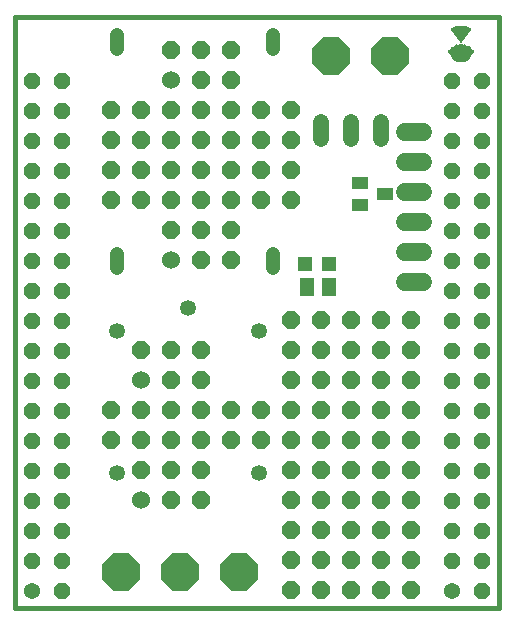
<source format=gts>
G75*
%MOIN*%
%OFA0B0*%
%FSLAX24Y24*%
%IPPOS*%
%LPD*%
%AMOC8*
5,1,8,0,0,1.08239X$1,22.5*
%
%ADD10C,0.0160*%
%ADD11C,0.0540*%
%ADD12OC8,0.0540*%
%ADD13R,0.0312X0.0004*%
%ADD14R,0.0344X0.0004*%
%ADD15R,0.0368X0.0004*%
%ADD16R,0.0392X0.0004*%
%ADD17R,0.0408X0.0004*%
%ADD18R,0.0424X0.0004*%
%ADD19R,0.0432X0.0004*%
%ADD20R,0.0448X0.0004*%
%ADD21R,0.0456X0.0004*%
%ADD22R,0.0472X0.0004*%
%ADD23R,0.0480X0.0004*%
%ADD24R,0.0488X0.0004*%
%ADD25R,0.0496X0.0004*%
%ADD26R,0.0504X0.0004*%
%ADD27R,0.0512X0.0004*%
%ADD28R,0.0520X0.0004*%
%ADD29R,0.0528X0.0004*%
%ADD30R,0.0536X0.0004*%
%ADD31R,0.0536X0.0004*%
%ADD32R,0.0544X0.0004*%
%ADD33R,0.0552X0.0004*%
%ADD34R,0.0560X0.0004*%
%ADD35R,0.0560X0.0004*%
%ADD36R,0.0568X0.0004*%
%ADD37R,0.0576X0.0004*%
%ADD38R,0.0584X0.0004*%
%ADD39R,0.0592X0.0004*%
%ADD40R,0.0592X0.0004*%
%ADD41R,0.0600X0.0004*%
%ADD42R,0.0608X0.0004*%
%ADD43R,0.0608X0.0004*%
%ADD44R,0.0616X0.0004*%
%ADD45R,0.0624X0.0004*%
%ADD46R,0.0632X0.0004*%
%ADD47R,0.0632X0.0004*%
%ADD48R,0.0640X0.0004*%
%ADD49R,0.0648X0.0004*%
%ADD50R,0.0648X0.0004*%
%ADD51R,0.0656X0.0004*%
%ADD52R,0.0664X0.0004*%
%ADD53R,0.0664X0.0004*%
%ADD54R,0.0672X0.0004*%
%ADD55R,0.0680X0.0004*%
%ADD56R,0.0680X0.0004*%
%ADD57R,0.0688X0.0004*%
%ADD58R,0.0696X0.0004*%
%ADD59R,0.0700X0.0004*%
%ADD60R,0.0708X0.0004*%
%ADD61R,0.0716X0.0004*%
%ADD62R,0.0720X0.0004*%
%ADD63R,0.0720X0.0004*%
%ADD64R,0.0724X0.0004*%
%ADD65R,0.0808X0.0004*%
%ADD66R,0.0824X0.0004*%
%ADD67R,0.0832X0.0004*%
%ADD68R,0.0840X0.0004*%
%ADD69R,0.0848X0.0004*%
%ADD70R,0.0856X0.0004*%
%ADD71R,0.0860X0.0004*%
%ADD72R,0.0864X0.0004*%
%ADD73R,0.0864X0.0004*%
%ADD74R,0.0868X0.0004*%
%ADD75R,0.0872X0.0004*%
%ADD76R,0.0872X0.0004*%
%ADD77R,0.0860X0.0004*%
%ADD78R,0.0832X0.0004*%
%ADD79R,0.0824X0.0004*%
%ADD80R,0.0708X0.0004*%
%ADD81R,0.0712X0.0004*%
%ADD82R,0.0712X0.0004*%
%ADD83R,0.0700X0.0004*%
%ADD84R,0.0696X0.0004*%
%ADD85R,0.0692X0.0004*%
%ADD86R,0.0668X0.0004*%
%ADD87R,0.0660X0.0004*%
%ADD88R,0.0452X0.0004*%
%ADD89R,0.0188X0.0004*%
%ADD90R,0.0448X0.0004*%
%ADD91R,0.0440X0.0004*%
%ADD92R,0.0184X0.0004*%
%ADD93R,0.0432X0.0004*%
%ADD94R,0.0184X0.0004*%
%ADD95R,0.0424X0.0004*%
%ADD96R,0.0412X0.0004*%
%ADD97R,0.0128X0.0004*%
%ADD98R,0.0044X0.0004*%
%ADD99R,0.0400X0.0004*%
%ADD100R,0.0008X0.0004*%
%ADD101R,0.0388X0.0004*%
%ADD102R,0.0132X0.0004*%
%ADD103R,0.0360X0.0004*%
%ADD104R,0.0136X0.0004*%
%ADD105R,0.0340X0.0004*%
%ADD106R,0.0140X0.0004*%
%ADD107R,0.0328X0.0004*%
%ADD108R,0.0144X0.0004*%
%ADD109R,0.0324X0.0004*%
%ADD110R,0.0148X0.0004*%
%ADD111R,0.0320X0.0004*%
%ADD112R,0.0156X0.0004*%
%ADD113R,0.0316X0.0004*%
%ADD114R,0.0176X0.0004*%
%ADD115R,0.0080X0.0004*%
%ADD116R,0.0052X0.0004*%
%ADD117R,0.0380X0.0004*%
%ADD118R,0.0372X0.0004*%
%ADD119R,0.0356X0.0004*%
%ADD120R,0.0004X0.0004*%
%ADD121R,0.0308X0.0004*%
%ADD122R,0.0060X0.0004*%
%ADD123R,0.0240X0.0004*%
%ADD124R,0.0232X0.0004*%
%ADD125R,0.0044X0.0004*%
%ADD126R,0.0164X0.0004*%
%ADD127R,0.0056X0.0004*%
%ADD128R,0.0036X0.0004*%
%ADD129R,0.0156X0.0004*%
%ADD130R,0.0048X0.0004*%
%ADD131R,0.0024X0.0004*%
%ADD132R,0.0036X0.0004*%
%ADD133R,0.0016X0.0004*%
%ADD134R,0.0028X0.0004*%
%ADD135R,0.0012X0.0004*%
%ADD136R,0.0124X0.0004*%
%ADD137R,0.0108X0.0004*%
%ADD138R,0.0008X0.0004*%
%ADD139R,0.0092X0.0004*%
%ADD140R,0.0068X0.0004*%
%ADD141R,0.0008X0.0004*%
%ADD142R,0.0016X0.0004*%
%ADD143R,0.0024X0.0004*%
%ADD144R,0.0032X0.0004*%
%ADD145R,0.0032X0.0004*%
%ADD146R,0.0040X0.0004*%
%ADD147R,0.0056X0.0004*%
%ADD148R,0.0064X0.0004*%
%ADD149R,0.0072X0.0004*%
%ADD150R,0.0088X0.0004*%
%ADD151R,0.0096X0.0004*%
%ADD152R,0.0104X0.0004*%
%ADD153R,0.0112X0.0004*%
%ADD154R,0.0120X0.0004*%
%ADD155R,0.0124X0.0004*%
%ADD156R,0.0128X0.0004*%
%ADD157R,0.0144X0.0004*%
%ADD158R,0.0152X0.0004*%
%ADD159R,0.0152X0.0004*%
%ADD160R,0.0160X0.0004*%
%ADD161R,0.0168X0.0004*%
%ADD162R,0.0176X0.0004*%
%ADD163R,0.0184X0.0004*%
%ADD164R,0.0192X0.0004*%
%ADD165R,0.0200X0.0004*%
%ADD166R,0.0208X0.0004*%
%ADD167R,0.0216X0.0004*%
%ADD168R,0.0216X0.0004*%
%ADD169R,0.0224X0.0004*%
%ADD170R,0.0232X0.0004*%
%ADD171R,0.0240X0.0004*%
%ADD172R,0.0248X0.0004*%
%ADD173R,0.0256X0.0004*%
%ADD174R,0.0264X0.0004*%
%ADD175R,0.0272X0.0004*%
%ADD176R,0.0280X0.0004*%
%ADD177R,0.0288X0.0004*%
%ADD178R,0.0296X0.0004*%
%ADD179R,0.0304X0.0004*%
%ADD180R,0.0320X0.0004*%
%ADD181R,0.0328X0.0004*%
%ADD182R,0.0336X0.0004*%
%ADD183R,0.0336X0.0004*%
%ADD184R,0.0200X0.0004*%
%ADD185R,0.0128X0.0004*%
%ADD186R,0.0204X0.0004*%
%ADD187R,0.0216X0.0004*%
%ADD188R,0.0228X0.0004*%
%ADD189R,0.0416X0.0004*%
%ADD190R,0.0424X0.0004*%
%ADD191R,0.0428X0.0004*%
%ADD192R,0.0304X0.0004*%
%ADD193R,0.0180X0.0004*%
%ADD194R,0.0112X0.0004*%
%ADD195R,0.0176X0.0004*%
%ADD196R,0.0112X0.0004*%
%ADD197R,0.0132X0.0004*%
%ADD198R,0.0116X0.0004*%
%ADD199R,0.0332X0.0004*%
%ADD200R,0.0336X0.0004*%
%ADD201R,0.0480X0.0004*%
%ADD202R,0.0496X0.0004*%
%ADD203R,0.0512X0.0004*%
%ADD204R,0.0544X0.0004*%
%ADD205R,0.0208X0.0004*%
%ADD206R,0.0356X0.0004*%
%ADD207R,0.0208X0.0004*%
%ADD208R,0.0364X0.0004*%
%ADD209R,0.0212X0.0004*%
%ADD210R,0.0368X0.0004*%
%ADD211R,0.0220X0.0004*%
%ADD212R,0.0600X0.0004*%
%ADD213R,0.0356X0.0004*%
%ADD214R,0.0228X0.0004*%
%ADD215R,0.0236X0.0004*%
%ADD216R,0.0360X0.0004*%
%ADD217R,0.0368X0.0004*%
%ADD218R,0.0244X0.0004*%
%ADD219R,0.0252X0.0004*%
%ADD220R,0.0376X0.0004*%
%ADD221R,0.0672X0.0004*%
%ADD222R,0.0624X0.0004*%
%ADD223R,0.0596X0.0004*%
%ADD224R,0.0552X0.0004*%
%ADD225R,0.0456X0.0004*%
%ADD226R,0.0384X0.0004*%
%ADD227R,0.0352X0.0004*%
%ADD228R,0.0188X0.0004*%
%ADD229R,0.0108X0.0004*%
%ADD230OC8,0.1250*%
%ADD231C,0.0472*%
%ADD232R,0.0472X0.0472*%
%ADD233R,0.0512X0.0591*%
%ADD234C,0.0540*%
%ADD235C,0.0531*%
%ADD236R,0.0551X0.0394*%
%ADD237OC8,0.0600*%
%ADD238C,0.0600*%
%ADD239C,0.0600*%
D10*
X002057Y000848D02*
X018199Y000848D01*
X018199Y020533D01*
X002057Y020533D01*
X002057Y000848D01*
D11*
X002628Y001403D03*
X016628Y001403D03*
D12*
X016628Y002403D03*
X016628Y003403D03*
X016628Y004403D03*
X016628Y005403D03*
X016628Y006403D03*
X016628Y007403D03*
X016628Y008403D03*
X016628Y009403D03*
X016628Y010403D03*
X016628Y011403D03*
X016628Y012403D03*
X016628Y013403D03*
X016628Y014403D03*
X016628Y015403D03*
X016628Y016403D03*
X016628Y017403D03*
X016628Y018403D03*
X017628Y018403D03*
X017628Y017403D03*
X017628Y016403D03*
X017628Y015403D03*
X017628Y014403D03*
X017628Y013403D03*
X017628Y012403D03*
X017628Y011403D03*
X017628Y010403D03*
X017628Y009403D03*
X017628Y008403D03*
X017628Y007403D03*
X017628Y006403D03*
X017628Y005403D03*
X017628Y004403D03*
X017628Y003403D03*
X017628Y002403D03*
X017628Y001403D03*
X003628Y001403D03*
X003628Y002403D03*
X003628Y003403D03*
X003628Y004403D03*
X003628Y005403D03*
X003628Y006403D03*
X003628Y007403D03*
X003628Y008403D03*
X003628Y009403D03*
X003628Y010403D03*
X003628Y011403D03*
X003628Y012403D03*
X003628Y013403D03*
X003628Y014403D03*
X003628Y015403D03*
X003628Y016403D03*
X003628Y017403D03*
X003628Y018403D03*
X002628Y018403D03*
X002628Y017403D03*
X002628Y016403D03*
X002628Y015403D03*
X002628Y014403D03*
X002628Y013403D03*
X002628Y012403D03*
X002628Y011403D03*
X002628Y010403D03*
X002628Y009403D03*
X002628Y008403D03*
X002628Y007403D03*
X002628Y006403D03*
X002628Y005403D03*
X002628Y004403D03*
X002628Y003403D03*
X002628Y002403D03*
D13*
X016937Y019050D03*
X016941Y019562D03*
X016937Y019862D03*
X016937Y019866D03*
D14*
X016937Y019054D03*
D15*
X016937Y019058D03*
D16*
X016937Y019062D03*
X016913Y019546D03*
D17*
X016937Y019926D03*
X016937Y019930D03*
X016937Y020186D03*
X016937Y019066D03*
D18*
X016937Y019070D03*
D19*
X016937Y019074D03*
X016937Y019946D03*
X016937Y020182D03*
D20*
X016937Y019078D03*
D21*
X016937Y019082D03*
D22*
X016937Y019086D03*
D23*
X016937Y019090D03*
X016937Y020174D03*
D24*
X016937Y019982D03*
X016937Y019094D03*
D25*
X016937Y019098D03*
D26*
X016937Y019102D03*
X016937Y019994D03*
D27*
X016937Y020166D03*
X016937Y019106D03*
D28*
X016937Y019110D03*
X016937Y020002D03*
X016937Y020006D03*
D29*
X016937Y020010D03*
X016937Y019114D03*
D30*
X016937Y019118D03*
D31*
X016937Y019122D03*
X016937Y020014D03*
X016937Y020162D03*
D32*
X016937Y020022D03*
X016937Y019126D03*
D33*
X016937Y019130D03*
X016937Y020026D03*
D34*
X016937Y020030D03*
X016937Y019134D03*
D35*
X016937Y019138D03*
D36*
X016937Y019142D03*
X016937Y020034D03*
X016937Y020154D03*
D37*
X016937Y019150D03*
X016937Y019146D03*
D38*
X016937Y019154D03*
X016937Y020150D03*
D39*
X016937Y019158D03*
D40*
X016937Y019162D03*
D41*
X016937Y019166D03*
X016937Y019170D03*
D42*
X016937Y019174D03*
X016937Y020142D03*
D43*
X016937Y019178D03*
D44*
X016937Y019182D03*
X016937Y019186D03*
D45*
X016937Y019190D03*
X016937Y019194D03*
D46*
X016937Y019198D03*
D47*
X016937Y019202D03*
X016937Y020134D03*
D48*
X016937Y019210D03*
X016937Y019206D03*
D49*
X016937Y019214D03*
X016937Y019222D03*
X016937Y020130D03*
D50*
X016937Y019218D03*
D51*
X016937Y019226D03*
X016937Y019230D03*
X016937Y020094D03*
X016937Y020126D03*
D52*
X016937Y020122D03*
X016937Y020102D03*
X016937Y019234D03*
D53*
X016937Y019238D03*
X016937Y020098D03*
D54*
X016937Y020106D03*
X016941Y019474D03*
X016937Y019250D03*
X016937Y019246D03*
X016937Y019242D03*
D55*
X016937Y019254D03*
X016937Y019470D03*
X016937Y020110D03*
X016937Y020114D03*
D56*
X016937Y019258D03*
D57*
X016937Y019262D03*
X016937Y019266D03*
X016937Y019466D03*
D58*
X016937Y019274D03*
X016937Y019270D03*
D59*
X016939Y019278D03*
D60*
X016939Y019282D03*
X016939Y019286D03*
D61*
X016939Y019290D03*
X016939Y019294D03*
D62*
X016937Y019298D03*
D63*
X016937Y019302D03*
D64*
X016935Y019306D03*
D65*
X016937Y019310D03*
X016937Y019402D03*
D66*
X016937Y019314D03*
D67*
X016937Y019318D03*
D68*
X016937Y019322D03*
X016937Y019390D03*
D69*
X016937Y019386D03*
X016937Y019326D03*
D70*
X016937Y019330D03*
X016937Y019382D03*
D71*
X016935Y019334D03*
D72*
X016937Y019338D03*
D73*
X016937Y019342D03*
X016937Y019370D03*
X016937Y019374D03*
D74*
X016935Y019366D03*
X016935Y019350D03*
X016935Y019346D03*
D75*
X016937Y019354D03*
X016937Y019362D03*
D76*
X016937Y019358D03*
D77*
X016935Y019378D03*
D78*
X016937Y019394D03*
D79*
X016937Y019398D03*
D80*
X016927Y019434D03*
X016931Y019446D03*
D81*
X016929Y019438D03*
D82*
X016929Y019442D03*
D83*
X016931Y019450D03*
X016931Y019454D03*
D84*
X016933Y019458D03*
D85*
X016935Y019462D03*
D86*
X016943Y019478D03*
D87*
X016943Y019482D03*
X016943Y019486D03*
D88*
X017043Y019490D03*
D89*
X016711Y019506D03*
X016707Y019494D03*
X016707Y019490D03*
D90*
X017045Y019494D03*
D91*
X017045Y019498D03*
D92*
X016709Y019498D03*
D93*
X017045Y019502D03*
D94*
X016709Y019502D03*
D95*
X017049Y019506D03*
D96*
X017051Y019510D03*
D97*
X016749Y019514D03*
X016745Y019510D03*
X016829Y019886D03*
X016825Y019890D03*
D98*
X016639Y019510D03*
D99*
X017053Y019514D03*
X016937Y019922D03*
D100*
X016937Y019662D03*
X016621Y019514D03*
D101*
X017055Y019518D03*
D102*
X016755Y019518D03*
X017099Y019958D03*
D103*
X017049Y020046D03*
X017065Y019522D03*
D104*
X016937Y019590D03*
X016937Y019746D03*
X016817Y019906D03*
X016757Y019522D03*
D105*
X017071Y019526D03*
D106*
X016763Y019526D03*
X016815Y019910D03*
D107*
X017005Y019966D03*
X017069Y019530D03*
D108*
X016769Y019530D03*
D109*
X017067Y019534D03*
D110*
X016939Y019586D03*
X016775Y019534D03*
D111*
X017061Y019538D03*
X016937Y020198D03*
D112*
X016819Y019918D03*
X016783Y019538D03*
D113*
X017055Y019542D03*
D114*
X016801Y019542D03*
D115*
X016937Y019706D03*
X016937Y019710D03*
X017165Y019546D03*
D116*
X017163Y019550D03*
X017063Y019574D03*
D117*
X016915Y019550D03*
D118*
X016919Y019554D03*
D119*
X016923Y019558D03*
X017043Y020038D03*
D120*
X016771Y019562D03*
D121*
X016943Y019566D03*
D122*
X017063Y019570D03*
D123*
X016909Y019570D03*
X016937Y019814D03*
X017137Y020082D03*
X016937Y020206D03*
D124*
X017125Y020062D03*
X017129Y020066D03*
X016909Y019574D03*
D125*
X017067Y019578D03*
D126*
X016939Y019578D03*
D127*
X016825Y019578D03*
D128*
X017067Y019582D03*
D129*
X016939Y019582D03*
D130*
X016937Y019686D03*
X016821Y019582D03*
D131*
X017069Y019586D03*
D132*
X016939Y019610D03*
X016819Y019586D03*
D133*
X016813Y019594D03*
X017069Y019590D03*
D134*
X016815Y019590D03*
D135*
X017071Y019594D03*
D136*
X016939Y019594D03*
X017095Y019950D03*
X016763Y019974D03*
D137*
X016939Y019598D03*
D138*
X016809Y019598D03*
D139*
X016939Y019602D03*
D140*
X016939Y019606D03*
D141*
X016937Y019658D03*
D142*
X016937Y019666D03*
D143*
X016937Y019670D03*
D144*
X016937Y019674D03*
D145*
X016937Y019678D03*
D146*
X016937Y019682D03*
D147*
X016937Y019690D03*
X016937Y019694D03*
D148*
X016937Y019698D03*
D149*
X016937Y019702D03*
D150*
X016937Y019714D03*
D151*
X016937Y019718D03*
D152*
X016937Y019722D03*
X016937Y019726D03*
D153*
X016937Y019730D03*
D154*
X016937Y019734D03*
X016761Y019970D03*
D155*
X016939Y019738D03*
D156*
X016937Y019742D03*
X016821Y019894D03*
X016817Y019902D03*
X017097Y019954D03*
D157*
X016937Y019750D03*
X016817Y019914D03*
D158*
X016937Y019754D03*
D159*
X016937Y019758D03*
D160*
X016937Y019762D03*
D161*
X016937Y019766D03*
X016937Y019770D03*
D162*
X016937Y019774D03*
D163*
X016937Y019778D03*
D164*
X016937Y019782D03*
X016937Y019786D03*
D165*
X016937Y019790D03*
X017009Y019886D03*
X017013Y019890D03*
X017017Y019894D03*
D166*
X017021Y019906D03*
X016937Y019794D03*
D167*
X016937Y019798D03*
D168*
X016937Y019802D03*
D169*
X016937Y019806D03*
D170*
X016937Y019810D03*
X017133Y020074D03*
D171*
X016937Y019818D03*
D172*
X016937Y019822D03*
D173*
X016937Y019826D03*
D174*
X016937Y019830D03*
X016937Y019834D03*
D175*
X016937Y019838D03*
D176*
X016937Y019842D03*
X016937Y020202D03*
D177*
X016937Y019850D03*
X016937Y019846D03*
D178*
X016937Y019854D03*
D179*
X016937Y019858D03*
D180*
X016937Y019870D03*
D181*
X016937Y019874D03*
D182*
X016937Y019878D03*
D183*
X016937Y019882D03*
D184*
X017017Y019898D03*
D185*
X016821Y019898D03*
D186*
X016751Y020042D03*
X017019Y019902D03*
D187*
X017021Y019910D03*
X017021Y019914D03*
D188*
X017019Y019918D03*
D189*
X016937Y019934D03*
D190*
X016937Y019938D03*
D191*
X016935Y019942D03*
D192*
X016869Y019950D03*
D193*
X016927Y019954D03*
X016931Y019962D03*
D194*
X016769Y019954D03*
X016765Y019962D03*
D195*
X016929Y019958D03*
D196*
X016765Y019958D03*
D197*
X017099Y019962D03*
D198*
X016763Y019966D03*
D199*
X017007Y019970D03*
D200*
X017005Y019974D03*
D201*
X016937Y019978D03*
D202*
X016937Y019986D03*
X016937Y019990D03*
X016937Y020170D03*
D203*
X016937Y019998D03*
D204*
X016937Y020018D03*
D205*
X016757Y020038D03*
D206*
X016807Y020066D03*
X016807Y020070D03*
X017047Y020042D03*
D207*
X016749Y020046D03*
D208*
X017051Y020050D03*
D209*
X016747Y020050D03*
D210*
X017049Y020054D03*
D211*
X016751Y020054D03*
D212*
X016937Y020058D03*
D213*
X016811Y020062D03*
X016803Y020074D03*
D214*
X017131Y020070D03*
D215*
X017135Y020078D03*
D216*
X016801Y020078D03*
D217*
X016801Y020082D03*
X016801Y020086D03*
D218*
X017135Y020086D03*
D219*
X017135Y020090D03*
D220*
X016801Y020090D03*
D221*
X016937Y020118D03*
D222*
X016937Y020138D03*
D223*
X016935Y020146D03*
D224*
X016937Y020158D03*
D225*
X016937Y020178D03*
D226*
X016937Y020190D03*
D227*
X016937Y020194D03*
D228*
X016939Y020210D03*
D229*
X016935Y020214D03*
D230*
X014577Y019233D03*
X012608Y019233D03*
X009537Y002029D03*
X007569Y002029D03*
X005600Y002029D03*
D231*
X005473Y012178D02*
X005473Y012651D01*
X010673Y012651D02*
X010673Y012178D01*
X010673Y019478D02*
X010673Y019951D01*
X005473Y019951D02*
X005473Y019478D01*
D232*
X011722Y012304D03*
X012549Y012304D03*
D233*
X012549Y011537D03*
X011801Y011537D03*
D234*
X012258Y016483D02*
X012258Y017023D01*
X013258Y017023D02*
X013258Y016483D01*
X014258Y016483D02*
X014258Y017023D01*
D235*
X010199Y010056D03*
X007836Y010844D03*
X005474Y010056D03*
X005474Y005332D03*
X010199Y005332D03*
D236*
X013553Y014273D03*
X013553Y015021D03*
X014419Y014647D03*
D237*
X011277Y014450D03*
X011277Y015450D03*
X010277Y015450D03*
X010277Y014450D03*
X009277Y014450D03*
X009277Y015450D03*
X009277Y016450D03*
X009277Y017450D03*
X009277Y018450D03*
X009277Y019450D03*
X008277Y019450D03*
X008277Y018450D03*
X008277Y017450D03*
X007277Y017450D03*
X006277Y017450D03*
X005277Y017450D03*
X005277Y016450D03*
X005277Y015450D03*
X005277Y014450D03*
X006277Y014450D03*
X006277Y015450D03*
X006277Y016450D03*
X007277Y016450D03*
X007277Y015450D03*
X007277Y014450D03*
X007277Y013450D03*
X008277Y013450D03*
X008277Y012450D03*
X009277Y012450D03*
X009277Y013450D03*
X008277Y014450D03*
X008277Y015450D03*
X008277Y016450D03*
X010277Y016450D03*
X010277Y017450D03*
X011277Y017450D03*
X011277Y016450D03*
X007277Y019450D03*
X011277Y010450D03*
X011277Y009450D03*
X011277Y008450D03*
X011277Y007450D03*
X010277Y007450D03*
X009277Y007450D03*
X009277Y006450D03*
X010277Y006450D03*
X011277Y006450D03*
X011277Y005450D03*
X011277Y004450D03*
X011277Y003450D03*
X011277Y002450D03*
X011277Y001450D03*
X012277Y001450D03*
X012277Y002450D03*
X012277Y003450D03*
X012277Y004450D03*
X012277Y005450D03*
X012277Y006450D03*
X012277Y007450D03*
X012277Y008450D03*
X012277Y009450D03*
X012277Y010450D03*
X013277Y010450D03*
X013277Y009450D03*
X013277Y008450D03*
X013277Y007450D03*
X013277Y006450D03*
X013277Y005450D03*
X013277Y004450D03*
X013277Y003450D03*
X013277Y002450D03*
X013277Y001450D03*
X014277Y001450D03*
X014277Y002450D03*
X014277Y003450D03*
X014277Y004450D03*
X014277Y005450D03*
X014277Y006450D03*
X014277Y007450D03*
X014277Y008450D03*
X014277Y009450D03*
X014277Y010450D03*
X015277Y010450D03*
X015277Y009450D03*
X015277Y008450D03*
X015277Y007450D03*
X015277Y006450D03*
X015277Y005450D03*
X015277Y004450D03*
X015277Y003450D03*
X015277Y002450D03*
X015277Y001450D03*
X008277Y004450D03*
X007277Y004450D03*
X007277Y005450D03*
X007277Y006450D03*
X006277Y006450D03*
X006277Y005450D03*
X005277Y006450D03*
X005277Y007450D03*
X006277Y007450D03*
X007277Y007450D03*
X007277Y008450D03*
X007277Y009450D03*
X006277Y009450D03*
X008277Y009450D03*
X008277Y008450D03*
X008277Y007450D03*
X008277Y006450D03*
X008277Y005450D03*
D238*
X006277Y004450D03*
X006277Y008450D03*
X007277Y012450D03*
X007277Y018450D03*
D239*
X015064Y016714D02*
X015664Y016714D01*
X015664Y015714D02*
X015064Y015714D01*
X015064Y014714D02*
X015664Y014714D01*
X015664Y013714D02*
X015064Y013714D01*
X015064Y012714D02*
X015664Y012714D01*
X015664Y011714D02*
X015064Y011714D01*
M02*

</source>
